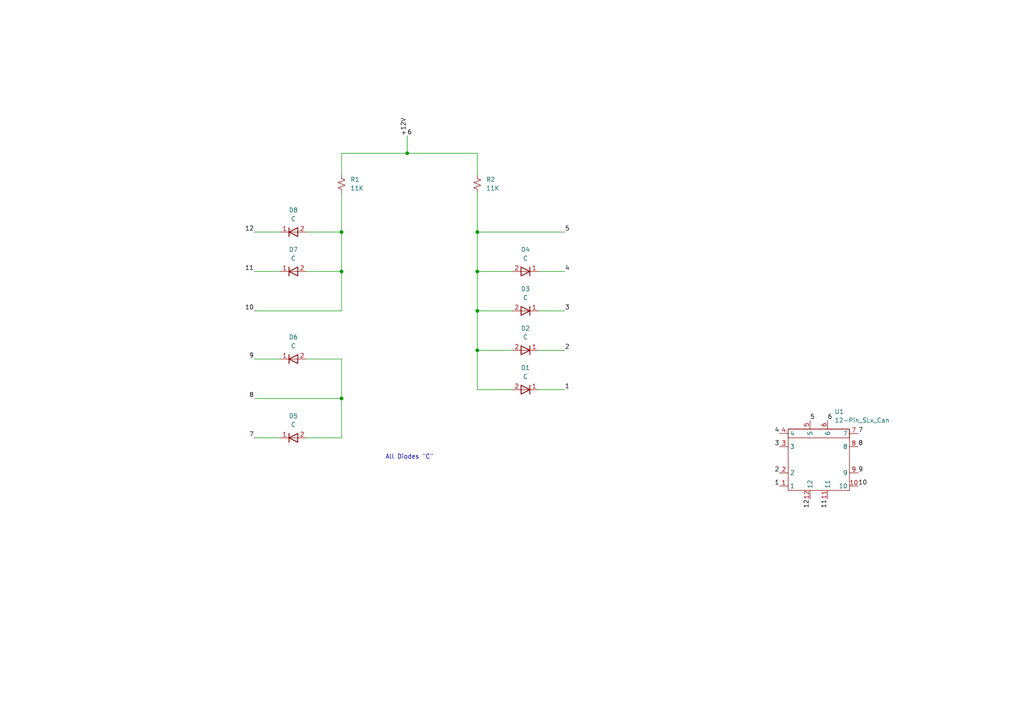
<source format=kicad_sch>
(kicad_sch (version 20211123) (generator eeschema)
  (paper "A4")
  (lib_symbols
    (symbol "Device:R_Small_US" (pin_numbers hide) (pin_names (offset 0.254) hide)
      (property "Reference" "R" (at 0.762 0.508 0))
      (property "Value" "R_Small_US" (at 0.762 -1.016 0))
      (symbol "R_Small_US_1_1"
        (polyline (pts (xy 0 0) (xy 1.016 -0.381) (xy 0 -0.762) (xy -1.016 -1.143) (xy 0 -1.524)))
        (polyline (pts (xy 0 1.524) (xy 1.016 1.143) (xy 0 0.762) (xy -1.016 0.381) (xy 0 0)))
        (pin passive line (at 0 2.54 270) (length 1.016) (name "~") (number "1"))
        (pin passive line (at 0 -2.54 90) (length 1.016) (name "~") (number "2"))
      )
    )
    (symbol "IBM_SLT-SLD:12-Pin_SLx_Can"
      (property "Reference" "U" (at 0 -2.54 0))
      (property "Value" "12-Pin_SLx_Can" (at 0 0 0))
      (symbol "12-Pin_SLx_Can_0_1"
        (rectangle (start -8.89 8.89) (end 8.89 -8.89))
        (rectangle (start -8.89 8.89) (end 8.89 6.35))
      )
      (symbol "12-Pin_SLx_Can_1_1"
        (pin passive line (at -11.43 -7.62 0) (length 2.54) (name "1") (number "1"))
        (pin passive line (at 11.43 -7.62 180) (length 2.54) (name "10") (number "10"))
        (pin passive line (at 2.54 -11.43 90) (length 2.54) (name "11") (number "11"))
        (pin passive line (at -2.54 -11.43 90) (length 2.54) (name "12") (number "12"))
        (pin passive line (at -11.43 -3.81 0) (length 2.54) (name "2") (number "2"))
        (pin passive line (at -11.43 3.81 0) (length 2.54) (name "3") (number "3"))
        (pin passive line (at -11.43 7.62 0) (length 2.54) (name "4") (number "4"))
        (pin passive line (at -2.54 11.43 270) (length 2.54) (name "5") (number "5"))
        (pin passive line (at 2.54 11.43 270) (length 2.54) (name "6") (number "6"))
        (pin passive line (at 11.43 7.62 180) (length 2.54) (name "7") (number "7"))
        (pin passive line (at 11.43 3.81 180) (length 2.54) (name "8") (number "8"))
        (pin passive line (at 11.43 -3.81 180) (length 2.54) (name "9") (number "9"))
      )
    )
    (symbol "IBM_SLT-SLD:IBM_Diode"
      (property "Reference" "D" (at 0 5.08 0))
      (property "Value" "IBM_Diode" (at 0 2.54 0))
      (symbol "IBM_Diode_0_1"
        (polyline (pts (xy -1.27 1.27) (xy -1.27 -1.27)) (stroke (width 0.254)))
        (polyline (pts (xy 1.27 0) (xy -1.27 0)))
        (polyline (pts (xy 1.27 1.27) (xy 1.27 -1.27) (xy -1.27 0) (xy 1.27 1.27)) (stroke (width 0.254)))
      )
      (symbol "IBM_Diode_1_1"
        (pin passive line (at -3.81 0 0) (length 2.54) (name "K") (number "1"))
        (pin passive line (at 3.81 0 180) (length 2.54) (name "A") (number "2"))
      )
    )
  )
  (junction (at 138.43 90.17))
  (junction (at 99.06 115.57))
  (junction (at 99.06 67.31))
  (junction (at 99.06 78.74))
  (junction (at 138.43 101.6))
  (junction (at 118.11 44.45))
  (junction (at 138.43 78.74))
  (junction (at 138.43 67.31))
  (wire (pts (xy 138.43 44.45) (xy 138.43 50.8)))
  (wire (pts (xy 148.59 113.03) (xy 138.43 113.03)))
  (wire (pts (xy 138.43 90.17) (xy 138.43 101.6)))
  (wire (pts (xy 99.06 44.45) (xy 118.11 44.45)))
  (wire (pts (xy 73.66 127) (xy 81.28 127)))
  (wire (pts (xy 138.43 55.88) (xy 138.43 67.31)))
  (wire (pts (xy 99.06 55.88) (xy 99.06 67.31)))
  (wire (pts (xy 163.83 78.74) (xy 156.21 78.74)))
  (wire (pts (xy 99.06 67.31) (xy 99.06 78.74)))
  (wire (pts (xy 163.83 101.6) (xy 156.21 101.6)))
  (wire (pts (xy 148.59 78.74) (xy 138.43 78.74)))
  (wire (pts (xy 138.43 67.31) (xy 138.43 78.74)))
  (wire (pts (xy 138.43 101.6) (xy 138.43 113.03)))
  (wire (pts (xy 99.06 115.57) (xy 99.06 127)))
  (wire (pts (xy 148.59 101.6) (xy 138.43 101.6)))
  (wire (pts (xy 88.9 67.31) (xy 99.06 67.31)))
  (wire (pts (xy 118.11 44.45) (xy 138.43 44.45)))
  (wire (pts (xy 118.11 39.37) (xy 118.11 44.45)))
  (wire (pts (xy 148.59 90.17) (xy 138.43 90.17)))
  (wire (pts (xy 73.66 104.14) (xy 81.28 104.14)))
  (wire (pts (xy 88.9 104.14) (xy 99.06 104.14)))
  (wire (pts (xy 88.9 78.74) (xy 99.06 78.74)))
  (wire (pts (xy 99.06 78.74) (xy 99.06 90.17)))
  (wire (pts (xy 73.66 67.31) (xy 81.28 67.31)))
  (wire (pts (xy 73.66 115.57) (xy 99.06 115.57)))
  (wire (pts (xy 73.66 90.17) (xy 99.06 90.17)))
  (wire (pts (xy 163.83 67.31) (xy 138.43 67.31)))
  (wire (pts (xy 73.66 78.74) (xy 81.28 78.74)))
  (wire (pts (xy 138.43 78.74) (xy 138.43 90.17)))
  (wire (pts (xy 99.06 44.45) (xy 99.06 50.8)))
  (wire (pts (xy 163.83 113.03) (xy 156.21 113.03)))
  (wire (pts (xy 88.9 127) (xy 99.06 127)))
  (wire (pts (xy 99.06 104.14) (xy 99.06 115.57)))
  (wire (pts (xy 163.83 90.17) (xy 156.21 90.17)))
  (text "All Diodes \"C\"" (at 111.76 133.35 0) (effects (font (size 1.27 1.27)) (justify left bottom)))
  (label "8" (at 73.66 115.57 180))
  (label "9" (at 248.92 137.16 0))
  (label "7" (at 248.92 125.73 0))
  (label "5" (at 163.83 67.31 0))
  (label "5" (at 234.95 121.92 0))
  (label "11" (at 240.03 144.78 270))
  (label "7" (at 73.66 127 180))
  (label "12" (at 73.66 67.31 180))
  (label "2" (at 163.83 101.6 0))
  (label "6" (at 118.11 39.37 0))
  (label "4" (at 226.06 125.73 180))
  (label "10" (at 248.92 140.97 0))
  (label "+12V" (at 118.11 39.37 90))
  (label "11" (at 73.66 78.74 180))
  (label "3" (at 226.06 129.54 180))
  (label "8" (at 248.92 129.54 0))
  (label "1" (at 226.06 140.97 180))
  (label "1" (at 163.83 113.03 0))
  (label "12" (at 234.95 144.78 270))
  (label "4" (at 163.83 78.74 0))
  (label "10" (at 73.66 90.17 180))
  (label "3" (at 163.83 90.17 0))
  (label "2" (at 226.06 137.16 180))
  (label "9" (at 73.66 104.14 180))
  (label "6" (at 240.03 121.92 0))
  (symbol (lib_id "IBM_SLT-SLD:IBM_Diode") (at 85.09 104.14 0) (unit 1)
    (property "Reference" "D6" (at 85.09 97.79 0))
    (property "Value" "C" (at 85.09 100.33 0))
    (property "Footprint" "Diode_SMD:D_0201_0603Metric" (effects hide))
  )
  (symbol (lib_id "IBM_SLT-SLD:IBM_Diode") (at 85.09 67.31 0) (unit 1)
    (property "Reference" "D8" (at 85.09 60.96 0))
    (property "Value" "C" (at 85.09 63.5 0))
    (property "Footprint" "Diode_SMD:D_0201_0603Metric" (effects hide))
  )
  (symbol (lib_id "IBM_SLT-SLD:IBM_Diode") (at 85.09 127 0) (unit 1)
    (property "Reference" "D5" (at 85.09 120.65 0))
    (property "Value" "C" (at 85.09 123.19 0))
    (property "Footprint" "Diode_SMD:D_0201_0603Metric" (effects hide))
  )
  (symbol (lib_id "Device:R_Small_US") (at 99.06 53.34 0) (unit 1)
    (property "Reference" "R1" (at 101.6 52.0699 0) (effects (justify left)))
    (property "Value" "11K" (at 101.6 54.6099 0) (effects (justify left)))
    (property "Footprint" "Resistor_SMD:R_0201_0603Metric" (effects hide))
  )
  (symbol (lib_id "IBM_SLT-SLD:IBM_Diode") (at 152.4 78.74 0) (mirror y) (unit 1)
    (property "Reference" "D4" (at 152.4 72.39 0))
    (property "Value" "C" (at 152.4 74.93 0))
    (property "Footprint" "Diode_SMD:D_0201_0603Metric" (effects hide))
  )
  (symbol (lib_id "IBM_SLT-SLD:12-Pin_SLx_Can") (at 237.49 133.35 0) (unit 1)
    (property "Reference" "U1" (at 242.0494 119.38 0) (effects (justify left)))
    (property "Value" "12-Pin_SLx_Can" (at 242.0494 121.92 0) (effects (justify left)))
    (property "Footprint" "IBM_SLT-SLD:12-Pin_SLx_Can" (effects hide))
  )
  (symbol (lib_id "IBM_SLT-SLD:IBM_Diode") (at 152.4 113.03 0) (mirror y) (unit 1)
    (property "Reference" "D1" (at 152.4 106.68 0))
    (property "Value" "C" (at 152.4 109.22 0))
    (property "Footprint" "Diode_SMD:D_0201_0603Metric" (effects hide))
  )
  (symbol (lib_id "IBM_SLT-SLD:IBM_Diode") (at 152.4 101.6 0) (mirror y) (unit 1)
    (property "Reference" "D2" (at 152.4 95.25 0))
    (property "Value" "C" (at 152.4 97.79 0))
    (property "Footprint" "Diode_SMD:D_0201_0603Metric" (effects hide))
  )
  (symbol (lib_id "IBM_SLT-SLD:IBM_Diode") (at 85.09 78.74 0) (unit 1)
    (property "Reference" "D7" (at 85.09 72.39 0))
    (property "Value" "C" (at 85.09 74.93 0))
    (property "Footprint" "Diode_SMD:D_0201_0603Metric" (effects hide))
  )
  (symbol (lib_id "IBM_SLT-SLD:IBM_Diode") (at 152.4 90.17 0) (mirror y) (unit 1)
    (property "Reference" "D3" (at 152.4 83.82 0))
    (property "Value" "C" (at 152.4 86.36 0))
    (property "Footprint" "Diode_SMD:D_0201_0603Metric" (effects hide))
  )
  (symbol (lib_id "Device:R_Small_US") (at 138.43 53.34 0) (unit 1)
    (property "Reference" "R2" (at 140.97 52.0699 0) (effects (justify left)))
    (property "Value" "11K" (at 140.97 54.6099 0) (effects (justify left)))
    (property "Footprint" "Resistor_SMD:R_0201_0603Metric" (effects hide))
  )
)
</source>
